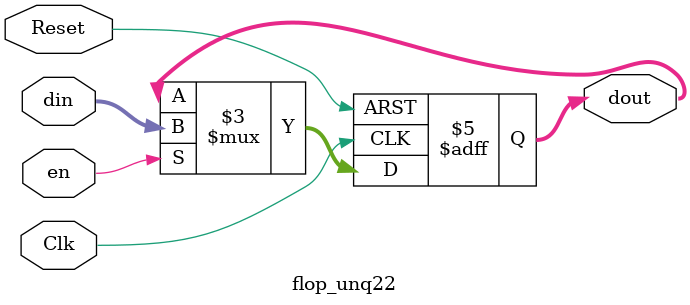
<source format=sv>

/* *****************************************************************************
 * File: flop.vp
 * 
 * Description:
 * Genesis2 flip-flop generator.
 * 
 * Required Genesis2 Controlable Parameters:
 * * Type		- Constant, Flop, RFlop, EFlop, or REFlop
 * * Width		- integer value specifying register width
 * * Default		- default value for the flop 
 *			 (only applies when flop_type=constant|rflop|reflop)
 * * SyncMode		- Sync or ASync flop * Change bar:
 * 
 * 
 * -----------
 * Date          Author   Description
 * Mar 30, 2010  shacham  init version  --  
 * May 20, 2014  jingpu   Add Async mode, change to active low reset
 * 
 * ****************************************************************************/


/*******************************************************************************
 * REQUIRED PARAMETERIZATION
 ******************************************************************************/
// Type (_GENESIS2_INHERITANCE_PRIORITY_) = REFlop
//
// Default (_GENESIS2_INHERITANCE_PRIORITY_) = 10
//
// Width (_GENESIS2_INHERITANCE_PRIORITY_) = 4
//
// SyncMode (_GENESIS2_DECLARATION_PRIORITY_) = ASync
//

module flop_unq22(
	       //inputs
	       input wire logic 		   Clk,
	       input wire logic [3:0]  din,
	       input wire logic 		   Reset,
	       input wire logic 		   en,

	       //outputs
	       output logic [3:0] dout
	       );


   /* synopsys dc_tcl_script_begin
    set_dont_retime [current_design] true
    set_optimize_registers false -design [current_design]
    */
   


   
   always_ff @(posedge Clk or negedge Reset) begin
      if (!Reset) 
	dout <= 4'ha;
      else if (en)
	dout <= din;
   end

endmodule : flop_unq22

</source>
